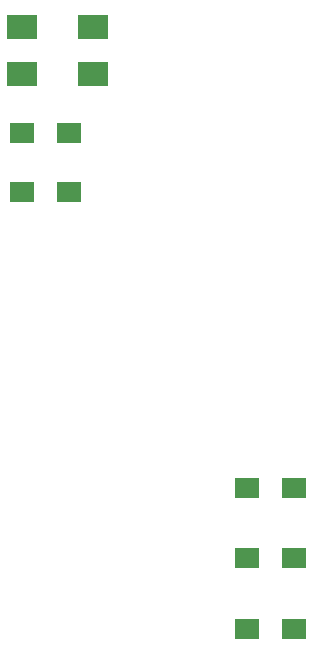
<source format=gbr>
%TF.GenerationSoftware,KiCad,Pcbnew,(5.0.0-3-g0214c9d)*%
%TF.CreationDate,2018-12-11T01:20:51+01:00*%
%TF.ProjectId,AmiExtFDD,416D694578744644442E6B696361645F,rev?*%
%TF.SameCoordinates,Original*%
%TF.FileFunction,Paste,Top*%
%TF.FilePolarity,Positive*%
%FSLAX46Y46*%
G04 Gerber Fmt 4.6, Leading zero omitted, Abs format (unit mm)*
G04 Created by KiCad (PCBNEW (5.0.0-3-g0214c9d)) date 2018 December 11, Tuesday 01:20:51*
%MOMM*%
%LPD*%
G01*
G04 APERTURE LIST*
%ADD10R,2.000000X1.700000*%
%ADD11R,2.500000X2.000000*%
G04 APERTURE END LIST*
D10*
X92000000Y-100000000D03*
X96000000Y-100000000D03*
X96000000Y-106000000D03*
X92000000Y-106000000D03*
X92000000Y-94000000D03*
X96000000Y-94000000D03*
X73000000Y-69000000D03*
X77000000Y-69000000D03*
X77000000Y-64000000D03*
X73000000Y-64000000D03*
D11*
X79000000Y-55000000D03*
X79000000Y-59000000D03*
X73000000Y-59000000D03*
X73000000Y-55000000D03*
M02*

</source>
